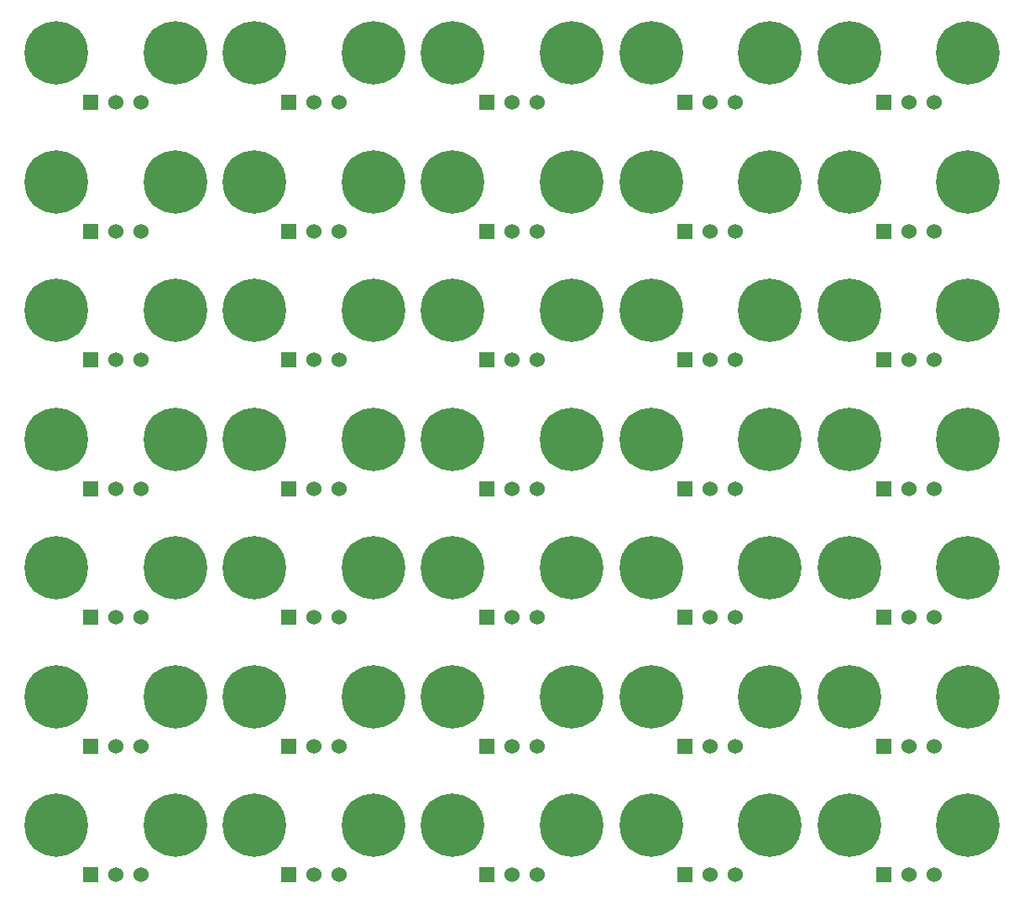
<source format=gbr>
G04 #@! TF.GenerationSoftware,KiCad,Pcbnew,(5.1.0-0)*
G04 #@! TF.CreationDate,2019-05-13T15:47:01-05:00*
G04 #@! TF.ProjectId,splitflap-hall-pcb,73706c69-7466-46c6-9170-2d68616c6c2d,rev?*
G04 #@! TF.SameCoordinates,Original*
G04 #@! TF.FileFunction,Copper,L2,Bot*
G04 #@! TF.FilePolarity,Positive*
%FSLAX46Y46*%
G04 Gerber Fmt 4.6, Leading zero omitted, Abs format (unit mm)*
G04 Created by KiCad (PCBNEW (5.1.0-0)) date 2019-05-13 15:47:01*
%MOMM*%
%LPD*%
G04 APERTURE LIST*
%ADD10C,1.530000*%
%ADD11R,1.530000X1.530000*%
%ADD12C,6.400000*%
G04 APERTURE END LIST*
D10*
X169543400Y-166989000D03*
X167003400Y-166989000D03*
D11*
X164463400Y-166989000D03*
D10*
X149543400Y-166989000D03*
X147003400Y-166989000D03*
D11*
X144463400Y-166989000D03*
D10*
X129543400Y-166989000D03*
X127003400Y-166989000D03*
D11*
X124463400Y-166989000D03*
D10*
X109543400Y-166989000D03*
X107003400Y-166989000D03*
D11*
X104463400Y-166989000D03*
D10*
X89543400Y-166989000D03*
X87003400Y-166989000D03*
D11*
X84463400Y-166989000D03*
D10*
X169543400Y-153989000D03*
X167003400Y-153989000D03*
D11*
X164463400Y-153989000D03*
D10*
X149543400Y-153989000D03*
X147003400Y-153989000D03*
D11*
X144463400Y-153989000D03*
D10*
X129543400Y-153989000D03*
X127003400Y-153989000D03*
D11*
X124463400Y-153989000D03*
D10*
X109543400Y-153989000D03*
X107003400Y-153989000D03*
D11*
X104463400Y-153989000D03*
D10*
X89543400Y-153989000D03*
X87003400Y-153989000D03*
D11*
X84463400Y-153989000D03*
D10*
X169543400Y-140989000D03*
X167003400Y-140989000D03*
D11*
X164463400Y-140989000D03*
D10*
X149543400Y-140989000D03*
X147003400Y-140989000D03*
D11*
X144463400Y-140989000D03*
D10*
X129543400Y-140989000D03*
X127003400Y-140989000D03*
D11*
X124463400Y-140989000D03*
D10*
X109543400Y-140989000D03*
X107003400Y-140989000D03*
D11*
X104463400Y-140989000D03*
D10*
X89543400Y-140989000D03*
X87003400Y-140989000D03*
D11*
X84463400Y-140989000D03*
D10*
X169543400Y-127989000D03*
X167003400Y-127989000D03*
D11*
X164463400Y-127989000D03*
D10*
X149543400Y-127989000D03*
X147003400Y-127989000D03*
D11*
X144463400Y-127989000D03*
D10*
X129543400Y-127989000D03*
X127003400Y-127989000D03*
D11*
X124463400Y-127989000D03*
D10*
X109543400Y-127989000D03*
X107003400Y-127989000D03*
D11*
X104463400Y-127989000D03*
D10*
X89543400Y-127989000D03*
X87003400Y-127989000D03*
D11*
X84463400Y-127989000D03*
D10*
X169543400Y-114989000D03*
X167003400Y-114989000D03*
D11*
X164463400Y-114989000D03*
D10*
X149543400Y-114989000D03*
X147003400Y-114989000D03*
D11*
X144463400Y-114989000D03*
D10*
X129543400Y-114989000D03*
X127003400Y-114989000D03*
D11*
X124463400Y-114989000D03*
D10*
X109543400Y-114989000D03*
X107003400Y-114989000D03*
D11*
X104463400Y-114989000D03*
D10*
X89543400Y-114989000D03*
X87003400Y-114989000D03*
D11*
X84463400Y-114989000D03*
D10*
X169543400Y-101989000D03*
X167003400Y-101989000D03*
D11*
X164463400Y-101989000D03*
D10*
X149543400Y-101989000D03*
X147003400Y-101989000D03*
D11*
X144463400Y-101989000D03*
D10*
X129543400Y-101989000D03*
X127003400Y-101989000D03*
D11*
X124463400Y-101989000D03*
D10*
X109543400Y-101989000D03*
X107003400Y-101989000D03*
D11*
X104463400Y-101989000D03*
D10*
X89543400Y-101989000D03*
X87003400Y-101989000D03*
D11*
X84463400Y-101989000D03*
D10*
X169543400Y-88989000D03*
X167003400Y-88989000D03*
D11*
X164463400Y-88989000D03*
D10*
X149543400Y-88989000D03*
X147003400Y-88989000D03*
D11*
X144463400Y-88989000D03*
D10*
X129543400Y-88989000D03*
X127003400Y-88989000D03*
D11*
X124463400Y-88989000D03*
D10*
X109543400Y-88989000D03*
X107003400Y-88989000D03*
D11*
X104463400Y-88989000D03*
D12*
X173000000Y-162000000D03*
X153000000Y-162000000D03*
X133000000Y-162000000D03*
X113000000Y-162000000D03*
X93000000Y-162000000D03*
X173000000Y-149000000D03*
X153000000Y-149000000D03*
X133000000Y-149000000D03*
X113000000Y-149000000D03*
X93000000Y-149000000D03*
X173000000Y-136000000D03*
X153000000Y-136000000D03*
X133000000Y-136000000D03*
X113000000Y-136000000D03*
X93000000Y-136000000D03*
X173000000Y-123000000D03*
X153000000Y-123000000D03*
X133000000Y-123000000D03*
X113000000Y-123000000D03*
X93000000Y-123000000D03*
X173000000Y-110000000D03*
X153000000Y-110000000D03*
X133000000Y-110000000D03*
X113000000Y-110000000D03*
X93000000Y-110000000D03*
X173000000Y-97000000D03*
X153000000Y-97000000D03*
X133000000Y-97000000D03*
X113000000Y-97000000D03*
X93000000Y-97000000D03*
X173000000Y-84000000D03*
X153000000Y-84000000D03*
X133000000Y-84000000D03*
X113000000Y-84000000D03*
X161000000Y-162000000D03*
X141000000Y-162000000D03*
X121000000Y-162000000D03*
X101000000Y-162000000D03*
X81000000Y-162000000D03*
X161000000Y-149000000D03*
X141000000Y-149000000D03*
X121000000Y-149000000D03*
X101000000Y-149000000D03*
X81000000Y-149000000D03*
X161000000Y-136000000D03*
X141000000Y-136000000D03*
X121000000Y-136000000D03*
X101000000Y-136000000D03*
X81000000Y-136000000D03*
X161000000Y-123000000D03*
X141000000Y-123000000D03*
X121000000Y-123000000D03*
X101000000Y-123000000D03*
X81000000Y-123000000D03*
X161000000Y-110000000D03*
X141000000Y-110000000D03*
X121000000Y-110000000D03*
X101000000Y-110000000D03*
X81000000Y-110000000D03*
X161000000Y-97000000D03*
X141000000Y-97000000D03*
X121000000Y-97000000D03*
X101000000Y-97000000D03*
X81000000Y-97000000D03*
X161000000Y-84000000D03*
X141000000Y-84000000D03*
X121000000Y-84000000D03*
X101000000Y-84000000D03*
D11*
X84463400Y-88989000D03*
D10*
X87003400Y-88989000D03*
X89543400Y-88989000D03*
D12*
X81000000Y-84000000D03*
X93000000Y-84000000D03*
M02*

</source>
